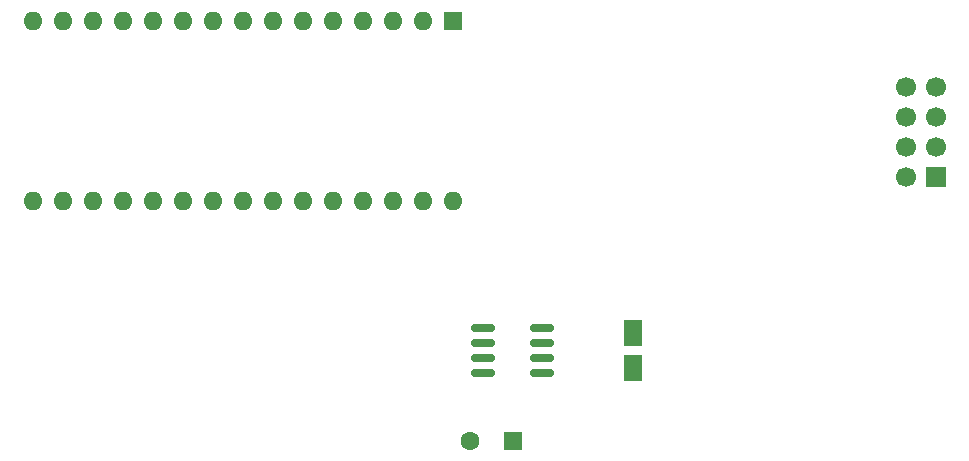
<source format=gbr>
%TF.GenerationSoftware,KiCad,Pcbnew,(6.0.5)*%
%TF.CreationDate,2022-06-15T21:14:50-03:00*%
%TF.ProjectId,transmitter-pcb,7472616e-736d-4697-9474-65722d706362,rev?*%
%TF.SameCoordinates,Original*%
%TF.FileFunction,Soldermask,Top*%
%TF.FilePolarity,Negative*%
%FSLAX46Y46*%
G04 Gerber Fmt 4.6, Leading zero omitted, Abs format (unit mm)*
G04 Created by KiCad (PCBNEW (6.0.5)) date 2022-06-15 21:14:50*
%MOMM*%
%LPD*%
G01*
G04 APERTURE LIST*
G04 Aperture macros list*
%AMRoundRect*
0 Rectangle with rounded corners*
0 $1 Rounding radius*
0 $2 $3 $4 $5 $6 $7 $8 $9 X,Y pos of 4 corners*
0 Add a 4 corners polygon primitive as box body*
4,1,4,$2,$3,$4,$5,$6,$7,$8,$9,$2,$3,0*
0 Add four circle primitives for the rounded corners*
1,1,$1+$1,$2,$3*
1,1,$1+$1,$4,$5*
1,1,$1+$1,$6,$7*
1,1,$1+$1,$8,$9*
0 Add four rect primitives between the rounded corners*
20,1,$1+$1,$2,$3,$4,$5,0*
20,1,$1+$1,$4,$5,$6,$7,0*
20,1,$1+$1,$6,$7,$8,$9,0*
20,1,$1+$1,$8,$9,$2,$3,0*%
G04 Aperture macros list end*
%ADD10RoundRect,0.150000X-0.825000X-0.150000X0.825000X-0.150000X0.825000X0.150000X-0.825000X0.150000X0*%
%ADD11O,1.600000X1.600000*%
%ADD12R,1.600000X1.600000*%
%ADD13R,1.700000X1.700000*%
%ADD14C,1.700000*%
%ADD15RoundRect,0.250000X0.550000X0.550000X-0.550000X0.550000X-0.550000X-0.550000X0.550000X-0.550000X0*%
%ADD16C,1.600000*%
%ADD17R,1.600000X2.200000*%
G04 APERTURE END LIST*
D10*
%TO.C,U1*%
X137095000Y-112395000D03*
X137095000Y-113665000D03*
X137095000Y-114935000D03*
X137095000Y-116205000D03*
X132145000Y-116205000D03*
X132145000Y-114935000D03*
X132145000Y-113665000D03*
X132145000Y-112395000D03*
%TD*%
D11*
%TO.C,A1*%
X129540000Y-101600000D03*
X127000000Y-101600000D03*
X124460000Y-101600000D03*
X121920000Y-101600000D03*
X119380000Y-101600000D03*
X116840000Y-101600000D03*
X114300000Y-101600000D03*
X111760000Y-101600000D03*
X109220000Y-101600000D03*
X106680000Y-101600000D03*
X104140000Y-101600000D03*
X101600000Y-101600000D03*
X99060000Y-101600000D03*
X96520000Y-101600000D03*
X93980000Y-101600000D03*
X93980000Y-86360000D03*
X96520000Y-86360000D03*
X99060000Y-86360000D03*
X101600000Y-86360000D03*
X104140000Y-86360000D03*
X106680000Y-86360000D03*
X109220000Y-86360000D03*
X111760000Y-86360000D03*
X114300000Y-86360000D03*
X116840000Y-86360000D03*
X119380000Y-86360000D03*
X121920000Y-86360000D03*
X124460000Y-86360000D03*
X127000000Y-86360000D03*
D12*
X129540000Y-86360000D03*
%TD*%
D13*
%TO.C,U2*%
X170480000Y-99605000D03*
D14*
X167940000Y-99605000D03*
X170480000Y-97065000D03*
X167940000Y-97065000D03*
X170480000Y-94525000D03*
X167940000Y-94525000D03*
X170480000Y-91985000D03*
X167940000Y-91985000D03*
%TD*%
D15*
%TO.C,J1*%
X134620000Y-121920000D03*
D16*
X131020000Y-121920000D03*
%TD*%
D17*
%TO.C,C1*%
X144780000Y-112800000D03*
X144780000Y-115800000D03*
%TD*%
M02*

</source>
